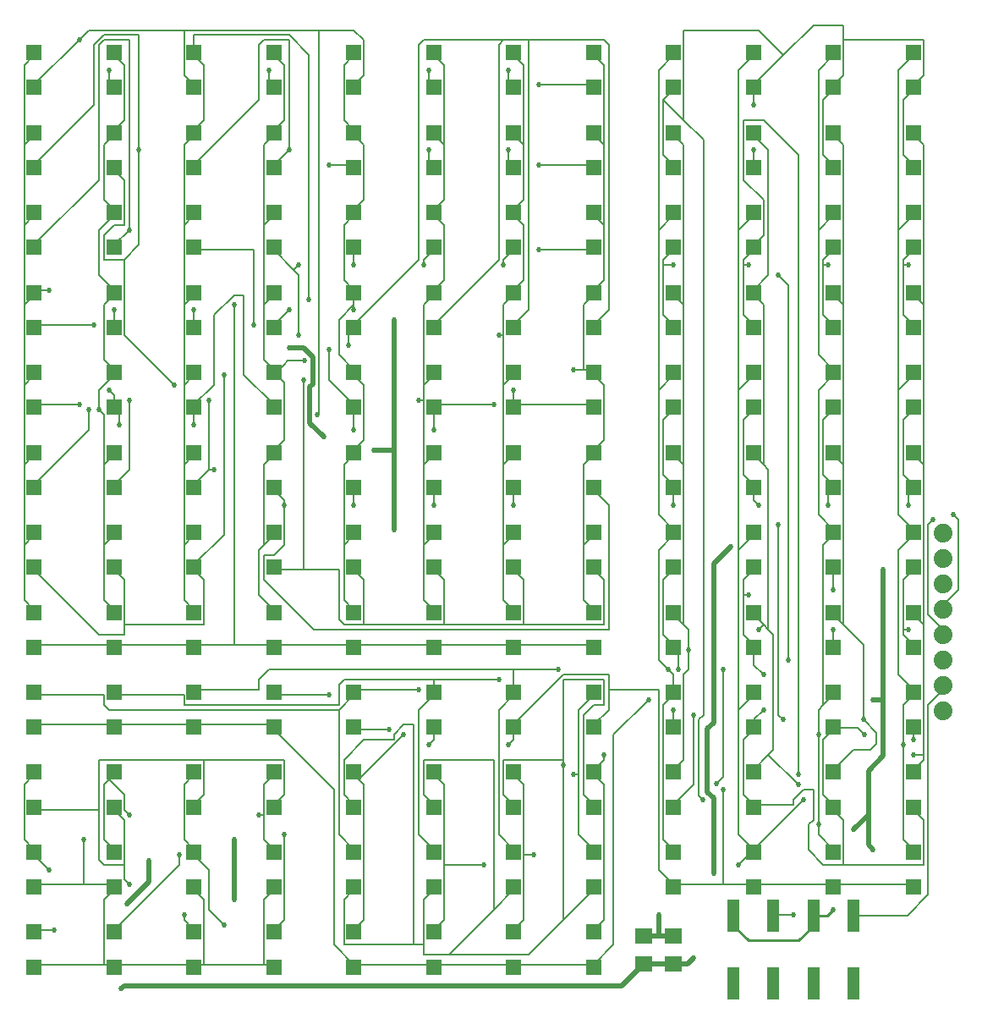
<source format=gbr>
G04 EAGLE Gerber RS-274X export*
G75*
%MOMM*%
%FSLAX34Y34*%
%LPD*%
%INTop Copper*%
%IPPOS*%
%AMOC8*
5,1,8,0,0,1.08239X$1,22.5*%
G01*
%ADD10R,1.500000X1.500000*%
%ADD11C,1.879600*%
%ADD12R,1.200000X3.200000*%
%ADD13R,1.800000X1.600000*%
%ADD14C,0.152400*%
%ADD15C,0.525000*%
%ADD16C,0.150000*%
%ADD17C,0.508000*%
%ADD18C,0.254000*%


D10*
X60000Y957500D03*
X60000Y922500D03*
X140000Y877500D03*
X140000Y842500D03*
X220000Y877500D03*
X220000Y842500D03*
X300000Y877500D03*
X300000Y842500D03*
X380000Y877500D03*
X380000Y842500D03*
X460000Y877500D03*
X460000Y842500D03*
X540000Y877500D03*
X540000Y842500D03*
X620000Y877500D03*
X620000Y842500D03*
X60000Y797500D03*
X60000Y762500D03*
X140000Y797500D03*
X140000Y762500D03*
X220000Y797500D03*
X220000Y762500D03*
X140000Y957500D03*
X140000Y922500D03*
X300000Y797500D03*
X300000Y762500D03*
X380000Y797500D03*
X380000Y762500D03*
X460000Y797500D03*
X460000Y762500D03*
X540000Y797500D03*
X540000Y762500D03*
X620000Y797500D03*
X620000Y762500D03*
X60000Y717500D03*
X60000Y682500D03*
X140000Y717500D03*
X140000Y682500D03*
X220000Y717500D03*
X220000Y682500D03*
X300000Y717500D03*
X300000Y682500D03*
X380000Y717500D03*
X380000Y682500D03*
X220000Y957500D03*
X220000Y922500D03*
X460000Y717500D03*
X460000Y682500D03*
X540000Y717500D03*
X540000Y682500D03*
X620000Y717500D03*
X620000Y682500D03*
X60000Y637500D03*
X60000Y602500D03*
X140000Y637500D03*
X140000Y602500D03*
X220000Y637500D03*
X220000Y602500D03*
X300000Y637500D03*
X300000Y602500D03*
X380000Y637500D03*
X380000Y602500D03*
X460000Y637500D03*
X460000Y602500D03*
X540000Y637500D03*
X540000Y602500D03*
X300000Y957500D03*
X300000Y922500D03*
X620000Y637500D03*
X620000Y602500D03*
X60000Y557500D03*
X60000Y522500D03*
X140000Y557500D03*
X140000Y522500D03*
X220000Y557500D03*
X220000Y522500D03*
X300000Y557500D03*
X300000Y522500D03*
X380000Y557500D03*
X380000Y522500D03*
X460000Y557500D03*
X460000Y522500D03*
X540000Y557500D03*
X540000Y522500D03*
X620000Y557500D03*
X620000Y522500D03*
X60000Y477500D03*
X60000Y442500D03*
X380000Y957500D03*
X380000Y922500D03*
X140000Y477500D03*
X140000Y442500D03*
X220000Y477500D03*
X220000Y442500D03*
X300000Y477500D03*
X300000Y442500D03*
X380000Y477500D03*
X380000Y442500D03*
X460000Y477500D03*
X460000Y442500D03*
X540000Y477500D03*
X540000Y442500D03*
X620000Y477500D03*
X620000Y442500D03*
X60000Y397500D03*
X60000Y362500D03*
X140000Y397500D03*
X140000Y362500D03*
X220000Y397500D03*
X220000Y362500D03*
X460000Y957500D03*
X460000Y922500D03*
X300000Y397500D03*
X300000Y362500D03*
X380000Y397500D03*
X380000Y362500D03*
X460000Y397500D03*
X460000Y362500D03*
X540000Y397500D03*
X540000Y362500D03*
X620000Y397500D03*
X620000Y362500D03*
X540000Y957500D03*
X540000Y922500D03*
X620000Y957500D03*
X620000Y922500D03*
X60000Y877500D03*
X60000Y842500D03*
X700000Y957500D03*
X700000Y922500D03*
X780000Y957500D03*
X780000Y922500D03*
X860000Y957500D03*
X860000Y922500D03*
X940000Y957500D03*
X940000Y922500D03*
X700000Y877500D03*
X700000Y842500D03*
X780000Y877500D03*
X780000Y842500D03*
X860000Y877500D03*
X860000Y842500D03*
X940000Y877500D03*
X940000Y842500D03*
X700000Y797500D03*
X700000Y762500D03*
X780000Y797500D03*
X780000Y762500D03*
X860000Y797500D03*
X860000Y762500D03*
X940000Y797500D03*
X940000Y762500D03*
X700000Y717500D03*
X700000Y682500D03*
X780000Y717500D03*
X780000Y682500D03*
X860000Y717500D03*
X860000Y682500D03*
X940000Y717500D03*
X940000Y682500D03*
X700000Y637500D03*
X700000Y602500D03*
X780000Y637500D03*
X780000Y602500D03*
X860000Y637500D03*
X860000Y602500D03*
X940000Y637500D03*
X940000Y602500D03*
X700000Y557500D03*
X700000Y522500D03*
X780000Y557500D03*
X780000Y522500D03*
X860000Y557500D03*
X860000Y522500D03*
X940000Y557500D03*
X940000Y522500D03*
X700000Y477500D03*
X700000Y442500D03*
X780000Y477500D03*
X780000Y442500D03*
X860000Y477500D03*
X860000Y442500D03*
X940000Y477500D03*
X940000Y442500D03*
X700000Y397500D03*
X700000Y362500D03*
X780000Y397500D03*
X780000Y362500D03*
X860000Y397500D03*
X860000Y362500D03*
X940000Y397500D03*
X940000Y362500D03*
X700000Y317500D03*
X700000Y282500D03*
X780000Y317500D03*
X780000Y282500D03*
X860000Y317500D03*
X860000Y282500D03*
X940000Y317500D03*
X940000Y282500D03*
X700000Y237500D03*
X700000Y202500D03*
X780000Y237500D03*
X780000Y202500D03*
X860000Y237500D03*
X860000Y202500D03*
X940000Y237500D03*
X940000Y202500D03*
X700000Y157500D03*
X700000Y122500D03*
X780000Y157500D03*
X780000Y122500D03*
X860000Y157500D03*
X860000Y122500D03*
X940000Y157500D03*
X940000Y122500D03*
X380000Y317500D03*
X380000Y282500D03*
X460000Y317500D03*
X460000Y282500D03*
X540000Y317500D03*
X540000Y282500D03*
X620000Y317500D03*
X620000Y282500D03*
X380000Y237500D03*
X380000Y202500D03*
X460000Y237500D03*
X460000Y202500D03*
X540000Y237500D03*
X540000Y202500D03*
X620000Y237500D03*
X620000Y202500D03*
X380000Y157500D03*
X380000Y122500D03*
X460000Y157500D03*
X460000Y122500D03*
X540000Y157500D03*
X540000Y122500D03*
X620000Y157500D03*
X620000Y122500D03*
X380000Y77500D03*
X380000Y42500D03*
X460000Y77500D03*
X460000Y42500D03*
X540000Y77500D03*
X540000Y42500D03*
X620000Y77500D03*
X620000Y42500D03*
X60000Y317500D03*
X60000Y282500D03*
X140000Y317500D03*
X140000Y282500D03*
X220000Y317500D03*
X220000Y282500D03*
X300000Y317500D03*
X300000Y282500D03*
D11*
X970000Y477000D03*
X970000Y451600D03*
X970000Y426200D03*
X970000Y400800D03*
X970000Y375400D03*
X970000Y350000D03*
X970000Y324600D03*
X970000Y299200D03*
D12*
X800000Y94000D03*
X800000Y26000D03*
X760000Y26000D03*
X760000Y94000D03*
X880000Y94000D03*
X880000Y26000D03*
X840000Y26000D03*
X840000Y94000D03*
D10*
X300000Y237500D03*
X300000Y202500D03*
X220000Y237500D03*
X220000Y202500D03*
X140000Y237500D03*
X140000Y202500D03*
X60000Y237500D03*
X60000Y202500D03*
X300000Y157500D03*
X300000Y122500D03*
X220000Y157500D03*
X220000Y122500D03*
X140000Y157500D03*
X140000Y122500D03*
X60000Y157500D03*
X60000Y122500D03*
X300000Y77500D03*
X300000Y42500D03*
X220000Y77500D03*
X220000Y42500D03*
X140000Y77500D03*
X140000Y42500D03*
X60000Y77500D03*
X60000Y42500D03*
D13*
X670000Y46000D03*
X670000Y74000D03*
X700000Y46000D03*
X700000Y74000D03*
D14*
X105000Y970000D02*
X115000Y980000D01*
X105000Y970000D02*
X60000Y925000D01*
X115000Y980000D02*
X210000Y980000D01*
X210000Y935000D01*
X220000Y925000D01*
X60000Y925000D02*
X60000Y922500D01*
X220000Y922500D02*
X220000Y925000D01*
X140000Y925000D02*
X135000Y930000D01*
X135000Y940000D01*
X140000Y925000D02*
X140000Y922500D01*
X295000Y930000D02*
X300000Y925000D01*
X295000Y930000D02*
X295000Y940000D01*
X300000Y925000D02*
X300000Y922500D01*
X380000Y925000D02*
X390000Y935000D01*
X390000Y970000D01*
X380000Y980000D01*
X345000Y980000D02*
X210000Y980000D01*
X345000Y980000D02*
X380000Y980000D01*
X380000Y925000D02*
X380000Y922500D01*
X455000Y930000D02*
X460000Y925000D01*
X455000Y930000D02*
X455000Y940000D01*
X460000Y925000D02*
X460000Y922500D01*
X535000Y930000D02*
X540000Y925000D01*
X535000Y930000D02*
X535000Y940000D01*
X540000Y925000D02*
X540000Y922500D01*
X565000Y925000D02*
X620000Y925000D01*
X620000Y922500D01*
X345000Y597000D02*
X343000Y595000D01*
X345000Y597000D02*
X345000Y980000D01*
D15*
X135000Y940000D03*
X105000Y970000D03*
X295000Y940000D03*
X455000Y940000D03*
X535000Y940000D03*
X565000Y925000D03*
X343000Y595000D03*
D14*
X220000Y845000D02*
X285000Y910000D01*
X285000Y965000D01*
X290000Y970000D01*
X315000Y970000D01*
X315000Y860000D01*
X300000Y845000D01*
X220000Y845000D02*
X220000Y842500D01*
X300000Y842500D02*
X300000Y845000D01*
X355000Y845000D02*
X380000Y845000D01*
X380000Y842500D01*
X455000Y850000D02*
X460000Y845000D01*
X455000Y850000D02*
X455000Y860000D01*
X460000Y845000D02*
X460000Y842500D01*
X535000Y850000D02*
X540000Y845000D01*
X535000Y850000D02*
X535000Y860000D01*
X540000Y845000D02*
X540000Y842500D01*
X565000Y845000D02*
X620000Y845000D01*
X620000Y842500D01*
X120000Y905000D02*
X60000Y845000D01*
X120000Y905000D02*
X120000Y965000D01*
X130000Y975000D01*
X165000Y975000D01*
X165000Y860000D02*
X165000Y765000D01*
X165000Y860000D02*
X165000Y975000D01*
X165000Y765000D02*
X150000Y750000D01*
X130000Y750000D01*
X130000Y775000D01*
X140000Y785000D01*
X150000Y785000D01*
X150000Y830000D01*
X140000Y840000D01*
X60000Y842500D02*
X60000Y845000D01*
X140000Y842500D02*
X140000Y840000D01*
X150000Y675000D02*
X200000Y625000D01*
X150000Y675000D02*
X150000Y750000D01*
D15*
X355000Y845000D03*
X315000Y860000D03*
X455000Y860000D03*
X535000Y860000D03*
X565000Y845000D03*
X200000Y625000D03*
X165000Y860000D03*
D14*
X125000Y830000D02*
X60000Y765000D01*
X125000Y830000D02*
X125000Y965000D01*
X130000Y970000D01*
X155000Y970000D01*
X155000Y780000D01*
X140000Y765000D01*
X60000Y765000D02*
X60000Y762500D01*
X140000Y762500D02*
X140000Y765000D01*
X220000Y760000D02*
X280000Y760000D01*
X280000Y685000D01*
X220000Y760000D02*
X220000Y762500D01*
X320000Y740000D02*
X325000Y735000D01*
X320000Y740000D02*
X300000Y760000D01*
X325000Y735000D02*
X325000Y675000D01*
X300000Y760000D02*
X300000Y762500D01*
X380000Y762500D02*
X380000Y745000D01*
X325000Y745000D02*
X320000Y740000D01*
X450000Y750000D02*
X460000Y760000D01*
X450000Y750000D02*
X450000Y745000D01*
X460000Y760000D02*
X460000Y762500D01*
X530000Y750000D02*
X540000Y760000D01*
X530000Y750000D02*
X530000Y745000D01*
X540000Y760000D02*
X540000Y762500D01*
X565000Y760000D02*
X620000Y760000D01*
X620000Y762500D01*
D15*
X280000Y685000D03*
X325000Y675000D03*
X380000Y745000D03*
X325000Y745000D03*
X450000Y745000D03*
X530000Y745000D03*
X565000Y760000D03*
X155000Y780000D03*
D14*
X120000Y685000D02*
X60000Y685000D01*
X60000Y682500D01*
X140000Y682500D02*
X140000Y700000D01*
X220000Y700000D02*
X220000Y682500D01*
X300000Y685000D02*
X315000Y700000D01*
X300000Y685000D02*
X300000Y682500D01*
X375000Y675000D02*
X380000Y680000D01*
X375000Y675000D02*
X375000Y665000D01*
X380000Y680000D02*
X380000Y682500D01*
X460000Y685000D02*
X525000Y750000D01*
X525000Y965000D01*
X530000Y970000D01*
X555000Y970000D01*
X555000Y700000D01*
X540000Y685000D01*
X460000Y685000D02*
X460000Y682500D01*
X540000Y682500D02*
X540000Y685000D01*
X620000Y685000D02*
X635000Y700000D01*
X635000Y965000D01*
X630000Y970000D01*
X555000Y970000D01*
X620000Y685000D02*
X620000Y682500D01*
X445000Y750000D02*
X380000Y685000D01*
X445000Y750000D02*
X445000Y965000D01*
X450000Y970000D01*
X530000Y970000D01*
X380000Y685000D02*
X380000Y682500D01*
D15*
X120000Y685000D03*
X140000Y700000D03*
X220000Y700000D03*
X315000Y700000D03*
X375000Y665000D03*
D14*
X355000Y630000D02*
X380000Y605000D01*
X355000Y630000D02*
X355000Y660000D01*
X380000Y605000D02*
X380000Y602500D01*
X460000Y605000D02*
X520000Y605000D01*
X540000Y605000D02*
X540000Y620000D01*
X460000Y605000D02*
X460000Y602500D01*
X540000Y605000D02*
X620000Y605000D01*
X620000Y602500D01*
X540000Y602500D02*
X540000Y605000D01*
X105000Y605000D02*
X60000Y605000D01*
X135000Y620000D02*
X140000Y615000D01*
X140000Y602500D01*
X60000Y602500D02*
X60000Y605000D01*
X220000Y605000D02*
X240000Y625000D01*
X240000Y695000D01*
X260000Y715000D01*
X270000Y715000D01*
X270000Y635000D01*
X300000Y605000D01*
X220000Y605000D02*
X220000Y602500D01*
X300000Y602500D02*
X300000Y605000D01*
X145000Y595000D02*
X140000Y600000D01*
X145000Y595000D02*
X145000Y585000D01*
X220000Y585000D02*
X220000Y602500D01*
X140000Y602500D02*
X140000Y600000D01*
X460000Y602500D02*
X460000Y580000D01*
X380000Y580000D02*
X380000Y602500D01*
D15*
X355000Y660000D03*
X520000Y605000D03*
X540000Y620000D03*
X105000Y605000D03*
X135000Y620000D03*
X145000Y585000D03*
X220000Y585000D03*
X460000Y580000D03*
X380000Y580000D03*
D14*
X115000Y580000D02*
X60000Y525000D01*
X115000Y580000D02*
X115000Y600000D01*
X60000Y525000D02*
X60000Y522500D01*
X140000Y525000D02*
X155000Y540000D01*
X155000Y610000D01*
X140000Y525000D02*
X140000Y522500D01*
X220000Y525000D02*
X235000Y540000D01*
X235000Y610000D01*
X220000Y525000D02*
X220000Y522500D01*
X300000Y520000D02*
X310000Y510000D01*
X310000Y505000D02*
X310000Y465000D01*
X310000Y505000D02*
X310000Y510000D01*
X310000Y465000D02*
X300000Y455000D01*
X290000Y455000D01*
X290000Y430000D01*
X340000Y380000D01*
X635000Y380000D01*
X635000Y505000D01*
X620000Y520000D01*
X300000Y520000D02*
X300000Y522500D01*
X620000Y522500D02*
X620000Y520000D01*
X380000Y522500D02*
X380000Y505000D01*
X460000Y505000D02*
X460000Y522500D01*
X540000Y522500D02*
X540000Y505000D01*
X240000Y540000D02*
X235000Y540000D01*
D15*
X115000Y600000D03*
X155000Y610000D03*
X235000Y610000D03*
X380000Y505000D03*
X310000Y505000D03*
X460000Y505000D03*
X540000Y505000D03*
X240000Y540000D03*
D14*
X125000Y375000D02*
X60000Y440000D01*
X125000Y375000D02*
X150000Y375000D01*
X150000Y385000D02*
X150000Y430000D01*
X150000Y385000D02*
X150000Y375000D01*
X150000Y430000D02*
X140000Y440000D01*
X60000Y440000D02*
X60000Y442500D01*
X140000Y442500D02*
X140000Y440000D01*
X220000Y440000D02*
X230000Y430000D01*
X230000Y385000D01*
X150000Y385000D01*
X220000Y440000D02*
X220000Y442500D01*
X330000Y440000D02*
X365000Y440000D01*
X330000Y440000D02*
X300000Y440000D01*
X365000Y440000D02*
X365000Y390000D01*
X370000Y385000D01*
X390000Y385000D01*
X390000Y430000D01*
X380000Y440000D01*
X300000Y440000D02*
X300000Y442500D01*
X380000Y442500D02*
X380000Y440000D01*
X460000Y440000D02*
X470000Y430000D01*
X470000Y385000D01*
X390000Y385000D01*
X460000Y440000D02*
X460000Y442500D01*
X540000Y440000D02*
X550000Y430000D01*
X550000Y385000D01*
X470000Y385000D01*
X540000Y440000D02*
X540000Y442500D01*
X620000Y440000D02*
X630000Y430000D01*
X630000Y385000D01*
X550000Y385000D01*
X620000Y440000D02*
X620000Y442500D01*
X330000Y440000D02*
X330000Y630000D01*
X250000Y475000D02*
X220000Y445000D01*
X250000Y475000D02*
X250000Y635000D01*
X220000Y445000D02*
X220000Y442500D01*
D15*
X330000Y630000D03*
X250000Y635000D03*
D14*
X140000Y365000D02*
X60000Y365000D01*
X60000Y362500D01*
X140000Y365000D02*
X220000Y365000D01*
X140000Y365000D02*
X140000Y362500D01*
X220000Y365000D02*
X260000Y365000D01*
X300000Y365000D01*
X220000Y365000D02*
X220000Y362500D01*
X300000Y365000D02*
X380000Y365000D01*
X300000Y365000D02*
X300000Y362500D01*
X380000Y365000D02*
X460000Y365000D01*
X380000Y365000D02*
X380000Y362500D01*
X460000Y365000D02*
X540000Y365000D01*
X460000Y365000D02*
X460000Y362500D01*
X540000Y365000D02*
X620000Y365000D01*
X620000Y362500D01*
X540000Y362500D02*
X540000Y365000D01*
X260000Y365000D02*
X260000Y705000D01*
D15*
X260000Y705000D03*
D14*
X50000Y410000D02*
X60000Y400000D01*
X50000Y410000D02*
X50000Y465000D01*
X60000Y475000D01*
X60000Y400000D02*
X60000Y397500D01*
X60000Y475000D02*
X60000Y477500D01*
X50000Y545000D02*
X60000Y555000D01*
X50000Y545000D02*
X50000Y465000D01*
X60000Y555000D02*
X60000Y557500D01*
X50000Y625000D02*
X60000Y635000D01*
X50000Y625000D02*
X50000Y545000D01*
X60000Y635000D02*
X60000Y637500D01*
X50000Y705000D02*
X60000Y715000D01*
X50000Y705000D02*
X50000Y625000D01*
X60000Y715000D02*
X60000Y717500D01*
X50000Y785000D02*
X60000Y795000D01*
X50000Y785000D02*
X50000Y705000D01*
X60000Y795000D02*
X60000Y797500D01*
X50000Y865000D02*
X60000Y875000D01*
X50000Y865000D02*
X50000Y785000D01*
X60000Y875000D02*
X60000Y877500D01*
X50000Y945000D02*
X60000Y955000D01*
X50000Y945000D02*
X50000Y865000D01*
X60000Y955000D02*
X60000Y957500D01*
X60000Y720000D02*
X75000Y720000D01*
X60000Y720000D02*
X60000Y717500D01*
D15*
X75000Y720000D03*
D14*
X140000Y800000D02*
X130000Y810000D01*
X130000Y865000D01*
X140000Y875000D01*
X140000Y800000D02*
X140000Y797500D01*
X140000Y875000D02*
X140000Y877500D01*
X150000Y945000D02*
X140000Y955000D01*
X150000Y945000D02*
X150000Y890000D01*
X140000Y880000D01*
X140000Y955000D02*
X140000Y957500D01*
X140000Y880000D02*
X140000Y877500D01*
X130000Y650000D02*
X140000Y640000D01*
X130000Y650000D02*
X130000Y705000D01*
X140000Y715000D01*
X140000Y640000D02*
X140000Y637500D01*
X140000Y715000D02*
X140000Y717500D01*
X130000Y410000D02*
X140000Y400000D01*
X130000Y410000D02*
X130000Y465000D01*
X140000Y475000D01*
X140000Y400000D02*
X140000Y397500D01*
X140000Y475000D02*
X140000Y477500D01*
X130000Y545000D02*
X140000Y555000D01*
X130000Y545000D02*
X130000Y465000D01*
X140000Y555000D02*
X140000Y557500D01*
X130000Y595000D02*
X125000Y600000D01*
X130000Y595000D02*
X130000Y545000D01*
X125000Y620000D02*
X140000Y635000D01*
X125000Y620000D02*
X125000Y600000D01*
X140000Y635000D02*
X140000Y637500D01*
X125000Y780000D02*
X140000Y795000D01*
X125000Y780000D02*
X125000Y735000D01*
X140000Y720000D01*
X140000Y795000D02*
X140000Y797500D01*
X140000Y720000D02*
X140000Y717500D01*
D15*
X125000Y600000D03*
D14*
X210000Y410000D02*
X220000Y400000D01*
X210000Y410000D02*
X210000Y465000D01*
X220000Y475000D01*
X220000Y400000D02*
X220000Y397500D01*
X220000Y475000D02*
X220000Y477500D01*
X210000Y545000D02*
X220000Y555000D01*
X210000Y545000D02*
X210000Y465000D01*
X220000Y555000D02*
X220000Y557500D01*
X210000Y625000D02*
X220000Y635000D01*
X210000Y625000D02*
X210000Y545000D01*
X220000Y635000D02*
X220000Y637500D01*
X210000Y705000D02*
X220000Y715000D01*
X210000Y705000D02*
X210000Y625000D01*
X220000Y715000D02*
X220000Y717500D01*
X210000Y785000D02*
X220000Y795000D01*
X210000Y785000D02*
X210000Y705000D01*
X220000Y795000D02*
X220000Y797500D01*
X210000Y865000D02*
X220000Y875000D01*
X210000Y865000D02*
X210000Y785000D01*
X220000Y875000D02*
X220000Y877500D01*
X230000Y945000D02*
X220000Y955000D01*
X230000Y945000D02*
X230000Y890000D01*
X220000Y880000D01*
X220000Y955000D02*
X220000Y957500D01*
X220000Y880000D02*
X220000Y877500D01*
X335000Y955000D02*
X335000Y710000D01*
X335000Y955000D02*
X315000Y975000D01*
X220000Y975000D01*
X220000Y957500D01*
D15*
X335000Y710000D03*
D14*
X285000Y415000D02*
X300000Y400000D01*
X285000Y415000D02*
X285000Y460000D01*
X290000Y465000D02*
X300000Y475000D01*
X290000Y465000D02*
X285000Y460000D01*
X300000Y400000D02*
X300000Y397500D01*
X300000Y475000D02*
X300000Y477500D01*
X290000Y545000D02*
X300000Y555000D01*
X290000Y545000D02*
X290000Y465000D01*
X300000Y555000D02*
X300000Y557500D01*
X300000Y640000D02*
X290000Y650000D01*
X290000Y705000D01*
X300000Y715000D01*
X300000Y640000D02*
X300000Y637500D01*
X300000Y715000D02*
X300000Y717500D01*
X290000Y785000D02*
X300000Y795000D01*
X290000Y785000D02*
X290000Y705000D01*
X300000Y795000D02*
X300000Y797500D01*
X290000Y865000D02*
X300000Y875000D01*
X290000Y865000D02*
X290000Y785000D01*
X300000Y875000D02*
X300000Y877500D01*
X310000Y945000D02*
X300000Y955000D01*
X310000Y945000D02*
X310000Y890000D01*
X300000Y880000D01*
X300000Y955000D02*
X300000Y957500D01*
X300000Y880000D02*
X300000Y877500D01*
X310000Y645000D02*
X300000Y635000D01*
X300000Y637500D01*
X310000Y570000D02*
X300000Y560000D01*
X310000Y624000D02*
X310000Y626000D01*
X310000Y624000D02*
X310000Y570000D01*
X300000Y560000D02*
X300000Y557500D01*
D15*
X331000Y649000D03*
D16*
X314000Y649000D01*
X310000Y645000D01*
X300000Y637500D02*
X310000Y627500D01*
X310000Y624000D01*
D14*
X370000Y410000D02*
X380000Y400000D01*
X370000Y410000D02*
X370000Y465000D01*
X380000Y475000D01*
X380000Y400000D02*
X380000Y397500D01*
X380000Y475000D02*
X380000Y477500D01*
X370000Y545000D02*
X380000Y555000D01*
X370000Y545000D02*
X370000Y465000D01*
X380000Y555000D02*
X380000Y557500D01*
X390000Y625000D02*
X380000Y635000D01*
X390000Y625000D02*
X390000Y570000D01*
X380000Y560000D01*
X380000Y635000D02*
X380000Y637500D01*
X380000Y560000D02*
X380000Y557500D01*
X380000Y880000D02*
X370000Y890000D01*
X370000Y945000D01*
X380000Y955000D01*
X380000Y880000D02*
X380000Y877500D01*
X380000Y955000D02*
X380000Y957500D01*
X370000Y730000D02*
X380000Y720000D01*
X370000Y730000D02*
X370000Y785000D01*
X380000Y795000D01*
X380000Y720000D02*
X380000Y717500D01*
X380000Y795000D02*
X380000Y797500D01*
X380000Y717500D02*
X380000Y705000D01*
X380000Y700000D01*
X390000Y865000D02*
X380000Y875000D01*
X390000Y865000D02*
X390000Y810000D01*
X380000Y800000D01*
X380000Y875000D02*
X380000Y877500D01*
X380000Y800000D02*
X380000Y797500D01*
X365000Y655000D02*
X380000Y640000D01*
X365000Y655000D02*
X365000Y690000D01*
X380000Y705000D01*
X380000Y640000D02*
X380000Y637500D01*
D15*
X380000Y700000D03*
D14*
X460000Y800000D02*
X470000Y810000D01*
X470000Y865000D01*
X460000Y875000D01*
X460000Y800000D02*
X460000Y797500D01*
X460000Y875000D02*
X460000Y877500D01*
X470000Y945000D02*
X460000Y955000D01*
X470000Y945000D02*
X470000Y865000D01*
X460000Y955000D02*
X460000Y957500D01*
X450000Y410000D02*
X460000Y400000D01*
X450000Y410000D02*
X450000Y465000D01*
X460000Y475000D01*
X460000Y400000D02*
X460000Y397500D01*
X460000Y475000D02*
X460000Y477500D01*
X450000Y545000D02*
X460000Y555000D01*
X450000Y545000D02*
X450000Y465000D01*
X460000Y555000D02*
X460000Y557500D01*
X450000Y625000D02*
X460000Y635000D01*
X450000Y610000D02*
X450000Y545000D01*
X450000Y610000D02*
X450000Y625000D01*
X460000Y635000D02*
X460000Y637500D01*
X450000Y705000D02*
X460000Y715000D01*
X450000Y705000D02*
X450000Y625000D01*
X460000Y715000D02*
X460000Y717500D01*
X450000Y610000D02*
X445000Y610000D01*
X470000Y785000D02*
X460000Y795000D01*
X470000Y785000D02*
X470000Y730000D01*
X460000Y720000D01*
X460000Y795000D02*
X460000Y797500D01*
X460000Y720000D02*
X460000Y717500D01*
D15*
X445000Y610000D03*
D14*
X540000Y800000D02*
X550000Y810000D01*
X550000Y865000D01*
X540000Y875000D01*
X540000Y800000D02*
X540000Y797500D01*
X540000Y875000D02*
X540000Y877500D01*
X550000Y945000D02*
X540000Y955000D01*
X550000Y945000D02*
X550000Y865000D01*
X540000Y955000D02*
X540000Y957500D01*
X530000Y410000D02*
X540000Y400000D01*
X530000Y410000D02*
X530000Y465000D01*
X540000Y475000D01*
X540000Y400000D02*
X540000Y397500D01*
X540000Y475000D02*
X540000Y477500D01*
X530000Y545000D02*
X540000Y555000D01*
X530000Y545000D02*
X530000Y465000D01*
X540000Y555000D02*
X540000Y557500D01*
X530000Y625000D02*
X540000Y635000D01*
X530000Y625000D02*
X530000Y545000D01*
X540000Y635000D02*
X540000Y637500D01*
X530000Y705000D02*
X540000Y715000D01*
X530000Y675000D02*
X530000Y625000D01*
X530000Y675000D02*
X530000Y705000D01*
X540000Y715000D02*
X540000Y717500D01*
X530000Y675000D02*
X525000Y675000D01*
X550000Y785000D02*
X540000Y795000D01*
X550000Y785000D02*
X550000Y730000D01*
X540000Y720000D01*
X540000Y795000D02*
X540000Y797500D01*
X540000Y720000D02*
X540000Y717500D01*
D15*
X525000Y675000D03*
D14*
X620000Y720000D02*
X630000Y730000D01*
X630000Y785000D01*
X620000Y795000D01*
X620000Y720000D02*
X620000Y717500D01*
X620000Y795000D02*
X620000Y797500D01*
X630000Y865000D02*
X620000Y875000D01*
X630000Y865000D02*
X630000Y785000D01*
X620000Y875000D02*
X620000Y877500D01*
X630000Y945000D02*
X620000Y955000D01*
X630000Y945000D02*
X630000Y865000D01*
X620000Y955000D02*
X620000Y957500D01*
X610000Y410000D02*
X620000Y400000D01*
X610000Y410000D02*
X610000Y465000D01*
X620000Y475000D01*
X620000Y400000D02*
X620000Y397500D01*
X620000Y475000D02*
X620000Y477500D01*
X610000Y545000D02*
X620000Y555000D01*
X610000Y545000D02*
X610000Y465000D01*
X620000Y555000D02*
X620000Y557500D01*
X630000Y625000D02*
X620000Y635000D01*
X630000Y625000D02*
X630000Y570000D01*
X620000Y560000D01*
X620000Y635000D02*
X620000Y637500D01*
X620000Y560000D02*
X620000Y557500D01*
X620000Y640000D02*
X610000Y640000D01*
X600000Y640000D01*
X620000Y640000D02*
X620000Y637500D01*
X610000Y705000D02*
X620000Y715000D01*
X610000Y705000D02*
X610000Y640000D01*
X620000Y715000D02*
X620000Y717500D01*
D15*
X600000Y640000D03*
D14*
X670000Y45000D02*
X667500Y42500D01*
X700000Y45000D02*
X700000Y46000D01*
X670000Y46000D02*
X670000Y45000D01*
X700000Y46000D02*
X700000Y50000D01*
D15*
X350000Y573000D03*
D17*
X336000Y587000D01*
X336000Y623000D02*
X339000Y626000D01*
X336000Y623000D02*
X336000Y587000D01*
X330000Y662000D02*
X315000Y662000D01*
D15*
X315000Y662000D03*
D17*
X339000Y653000D02*
X339000Y626000D01*
X339000Y653000D02*
X330000Y662000D01*
D15*
X740000Y298000D03*
D17*
X740000Y446000D01*
X757000Y463000D01*
D15*
X757000Y463000D03*
D17*
X700000Y46000D02*
X671000Y46000D01*
X667500Y42500D01*
X670000Y46000D02*
X648000Y24000D01*
X150000Y24000D02*
X147000Y21000D01*
D15*
X147000Y21000D03*
D17*
X150000Y24000D02*
X648000Y24000D01*
D15*
X175000Y149000D03*
D17*
X175000Y128000D01*
X153000Y106000D01*
D15*
X153000Y106000D03*
D17*
X700000Y46000D02*
X714000Y46000D01*
X720000Y52000D01*
D15*
X720000Y52000D03*
X740000Y136000D03*
D17*
X740000Y212000D02*
X734000Y218000D01*
X734000Y281000D01*
X740000Y287000D02*
X740000Y298000D01*
X740000Y212000D02*
X740000Y136000D01*
X734000Y281000D02*
X740000Y287000D01*
D14*
X670000Y75000D02*
X670000Y74000D01*
X760000Y94000D02*
X760000Y100000D01*
X700000Y75000D02*
X700000Y74000D01*
D15*
X420000Y690000D03*
D17*
X420000Y620000D01*
D15*
X420000Y620000D03*
X420000Y480000D03*
D17*
X420000Y560000D01*
X420000Y620000D01*
D15*
X400000Y560000D03*
D17*
X420000Y560000D01*
D15*
X895000Y239000D03*
D17*
X910000Y254000D01*
D15*
X910000Y440000D03*
D17*
X910000Y310000D02*
X910000Y254000D01*
X910000Y310000D02*
X910000Y440000D01*
D15*
X900000Y310000D03*
D17*
X910000Y310000D01*
D15*
X260000Y170000D03*
D17*
X260000Y110000D01*
D15*
X260000Y110000D03*
D17*
X670000Y74000D02*
X685000Y74000D01*
X699000Y74000D01*
X700000Y75000D01*
D18*
X840000Y84000D02*
X840000Y94000D01*
X840000Y84000D02*
X825000Y69000D01*
X775000Y69000D01*
X760000Y84000D02*
X760000Y94000D01*
X760000Y84000D02*
X775000Y69000D01*
D15*
X685000Y95000D03*
D17*
X685000Y74000D01*
X895000Y200000D02*
X895000Y239000D01*
X895000Y195000D02*
X895000Y165000D01*
X900000Y160000D01*
D15*
X900000Y160000D03*
D18*
X854000Y94000D02*
X840000Y94000D01*
X854000Y94000D02*
X860000Y100000D01*
D15*
X860000Y100000D03*
X880000Y180000D03*
D17*
X895000Y195000D01*
X895000Y200000D01*
D14*
X955000Y485000D02*
X960000Y490000D01*
X955000Y485000D02*
X955000Y395000D01*
X970000Y380000D01*
X970000Y375400D01*
D15*
X960000Y490000D03*
D14*
X980000Y495000D02*
X985000Y490000D01*
X985000Y420000D01*
X970000Y405000D01*
X970000Y400800D01*
D15*
X980000Y495000D03*
D14*
X750000Y233000D02*
X743000Y226000D01*
X750000Y233000D02*
X750000Y340000D01*
D15*
X743000Y226000D03*
X750000Y340000D03*
D14*
X940000Y845000D02*
X930000Y855000D01*
X930000Y910000D01*
X940000Y920000D01*
X940000Y845000D02*
X940000Y842500D01*
X940000Y920000D02*
X940000Y922500D01*
X780000Y860000D02*
X780000Y842500D01*
X780000Y905000D02*
X780000Y922500D01*
X850000Y855000D02*
X860000Y845000D01*
X850000Y855000D02*
X850000Y910000D01*
X860000Y920000D01*
X860000Y845000D02*
X860000Y842500D01*
X860000Y920000D02*
X860000Y922500D01*
X810000Y955000D02*
X840000Y985000D01*
X810000Y955000D02*
X780000Y925000D01*
X840000Y985000D02*
X870000Y985000D01*
X870000Y970000D02*
X870000Y935000D01*
X870000Y970000D02*
X870000Y985000D01*
X870000Y935000D02*
X860000Y925000D01*
X780000Y925000D02*
X780000Y922500D01*
X860000Y922500D02*
X860000Y925000D01*
X940000Y925000D02*
X950000Y935000D01*
X950000Y970000D01*
X870000Y970000D01*
X940000Y925000D02*
X940000Y922500D01*
X700000Y845000D02*
X690000Y855000D01*
X690000Y910000D01*
X700000Y920000D01*
X700000Y845000D02*
X700000Y842500D01*
X700000Y920000D02*
X700000Y922500D01*
X725000Y214000D02*
X729000Y210000D01*
X725000Y214000D02*
X725000Y290000D01*
X730000Y295000D01*
X730000Y870000D01*
X710000Y890000D02*
X690000Y910000D01*
X710000Y890000D02*
X730000Y870000D01*
X810000Y955000D02*
X785000Y980000D01*
X710000Y980000D01*
X710000Y890000D01*
D15*
X780000Y860000D03*
X780000Y905000D03*
X729000Y210000D03*
D14*
X940000Y685000D02*
X930000Y695000D01*
X930000Y745000D02*
X930000Y750000D01*
X930000Y745000D02*
X930000Y695000D01*
X930000Y750000D02*
X940000Y760000D01*
X940000Y685000D02*
X940000Y682500D01*
X940000Y760000D02*
X940000Y762500D01*
X860000Y685000D02*
X850000Y695000D01*
X850000Y745000D02*
X850000Y750000D01*
X850000Y745000D02*
X850000Y695000D01*
X850000Y750000D02*
X860000Y760000D01*
X860000Y685000D02*
X860000Y682500D01*
X860000Y760000D02*
X860000Y762500D01*
X700000Y685000D02*
X690000Y695000D01*
X690000Y745000D02*
X690000Y750000D01*
X690000Y745000D02*
X690000Y695000D01*
X690000Y750000D02*
X700000Y760000D01*
X700000Y685000D02*
X700000Y682500D01*
X700000Y760000D02*
X700000Y762500D01*
X770000Y695000D02*
X780000Y685000D01*
X770000Y745000D02*
X770000Y750000D01*
X770000Y745000D02*
X770000Y695000D01*
X770000Y750000D02*
X780000Y760000D01*
X780000Y685000D02*
X780000Y682500D01*
X780000Y760000D02*
X780000Y762500D01*
X825000Y855000D02*
X825000Y235000D01*
X825000Y855000D02*
X790000Y890000D01*
X770000Y890000D01*
X770000Y830000D01*
X790000Y810000D01*
X790000Y775000D01*
X780000Y765000D01*
X780000Y762500D01*
X700000Y745000D02*
X690000Y745000D01*
X770000Y745000D02*
X775000Y745000D01*
X850000Y745000D02*
X855000Y745000D01*
X930000Y745000D02*
X935000Y745000D01*
D15*
X825000Y235000D03*
X700000Y745000D03*
X775000Y745000D03*
X855000Y745000D03*
X935000Y745000D03*
D14*
X930000Y535000D02*
X940000Y525000D01*
X930000Y535000D02*
X930000Y590000D01*
X940000Y600000D01*
X940000Y525000D02*
X940000Y522500D01*
X940000Y600000D02*
X940000Y602500D01*
X860000Y525000D02*
X850000Y535000D01*
X850000Y590000D01*
X860000Y600000D01*
X860000Y525000D02*
X860000Y522500D01*
X860000Y600000D02*
X860000Y602500D01*
X700000Y525000D02*
X690000Y535000D01*
X690000Y590000D01*
X700000Y600000D01*
X700000Y525000D02*
X700000Y522500D01*
X700000Y600000D02*
X700000Y602500D01*
X770000Y535000D02*
X780000Y525000D01*
X770000Y535000D02*
X770000Y590000D01*
X780000Y600000D01*
X780000Y525000D02*
X780000Y522500D01*
X780000Y600000D02*
X780000Y602500D01*
X805000Y295000D02*
X810000Y290000D01*
X805000Y295000D02*
X805000Y485000D01*
X785000Y505000D02*
X780000Y510000D01*
X780000Y522500D01*
X700000Y522500D02*
X700000Y505000D01*
X855000Y515000D02*
X860000Y520000D01*
X855000Y515000D02*
X855000Y505000D01*
X860000Y520000D02*
X860000Y522500D01*
X935000Y515000D02*
X940000Y520000D01*
X935000Y515000D02*
X935000Y505000D01*
X940000Y520000D02*
X940000Y522500D01*
D15*
X810000Y290000D03*
X805000Y485000D03*
X785000Y505000D03*
X700000Y505000D03*
X855000Y505000D03*
X935000Y505000D03*
D14*
X860000Y380000D02*
X860000Y362500D01*
X860000Y420000D02*
X860000Y442500D01*
X930000Y375000D02*
X940000Y365000D01*
X930000Y380000D02*
X930000Y430000D01*
X930000Y380000D02*
X930000Y375000D01*
X930000Y430000D02*
X940000Y440000D01*
X940000Y365000D02*
X940000Y362500D01*
X940000Y440000D02*
X940000Y442500D01*
X935000Y380000D02*
X930000Y380000D01*
X700000Y365000D02*
X690000Y375000D01*
X690000Y430000D01*
X700000Y440000D01*
X700000Y365000D02*
X700000Y362500D01*
X700000Y440000D02*
X700000Y442500D01*
X770000Y375000D02*
X780000Y365000D01*
X770000Y415000D02*
X770000Y430000D01*
X770000Y415000D02*
X770000Y375000D01*
X770000Y430000D02*
X780000Y440000D01*
X780000Y365000D02*
X780000Y362500D01*
X780000Y440000D02*
X780000Y442500D01*
X780000Y345000D02*
X790000Y335000D01*
X780000Y345000D02*
X780000Y362500D01*
X705000Y355000D02*
X700000Y360000D01*
X705000Y355000D02*
X705000Y340000D01*
X700000Y360000D02*
X700000Y362500D01*
X770000Y415000D02*
X775000Y415000D01*
D15*
X860000Y380000D03*
X860000Y420000D03*
X935000Y380000D03*
X790000Y335000D03*
X705000Y340000D03*
X775000Y415000D03*
D14*
X720000Y225000D02*
X700000Y205000D01*
X720000Y225000D02*
X720000Y295000D01*
X700000Y205000D02*
X700000Y202500D01*
X700000Y282500D02*
X700000Y300000D01*
X770000Y215000D02*
X780000Y205000D01*
X770000Y215000D02*
X770000Y270000D01*
X780000Y280000D01*
X780000Y282500D01*
X850000Y215000D02*
X860000Y205000D01*
X850000Y215000D02*
X850000Y270000D01*
X860000Y280000D01*
X860000Y205000D02*
X860000Y202500D01*
X940000Y200000D02*
X950000Y190000D01*
X950000Y145000D01*
X870000Y145000D01*
X870000Y190000D01*
X860000Y200000D01*
X940000Y200000D02*
X940000Y202500D01*
X860000Y202500D02*
X860000Y200000D01*
X860000Y280000D02*
X860000Y282000D01*
X860000Y282500D01*
X820000Y205000D02*
X780000Y205000D01*
X820000Y205000D02*
X820000Y210000D01*
X830000Y220000D01*
X840000Y220000D01*
X840000Y190000D01*
X835000Y185000D01*
X835000Y160000D01*
X850000Y145000D01*
X870000Y145000D01*
X780000Y202500D02*
X780000Y205000D01*
X780000Y290000D02*
X790000Y300000D01*
X780000Y290000D02*
X780000Y282500D01*
D15*
X720000Y295000D03*
X700000Y300000D03*
X790000Y300000D03*
D16*
X940000Y282500D02*
X940000Y270000D01*
D15*
X940000Y270000D03*
X891000Y275000D03*
D16*
X884000Y282000D01*
X860000Y282000D01*
D14*
X415000Y280000D02*
X380000Y280000D01*
X455000Y265000D02*
X460000Y270000D01*
X460000Y282500D01*
X380000Y282500D02*
X380000Y280000D01*
X540000Y285000D02*
X590000Y335000D01*
X635000Y335000D01*
X635000Y320000D02*
X635000Y300000D01*
X635000Y320000D02*
X635000Y335000D01*
X635000Y300000D02*
X620000Y285000D01*
X540000Y285000D02*
X540000Y282500D01*
X620000Y282500D02*
X620000Y285000D01*
X540000Y270000D02*
X535000Y265000D01*
X540000Y270000D02*
X540000Y282500D01*
X750000Y125000D02*
X780000Y125000D01*
X750000Y125000D02*
X700000Y125000D01*
X780000Y125000D02*
X860000Y125000D01*
X780000Y125000D02*
X780000Y122500D01*
X860000Y125000D02*
X940000Y125000D01*
X940000Y122500D01*
X860000Y122500D02*
X860000Y125000D01*
X750000Y125000D02*
X750000Y220000D01*
X685000Y320000D02*
X635000Y320000D01*
X685000Y320000D02*
X685000Y140000D01*
X700000Y125000D01*
X700000Y122500D01*
D15*
X415000Y280000D03*
X455000Y265000D03*
X535000Y265000D03*
X750000Y220000D03*
D14*
X380000Y120000D02*
X370000Y110000D01*
X370000Y65000D01*
X440000Y65000D02*
X450000Y65000D01*
X440000Y65000D02*
X370000Y65000D01*
X450000Y65000D02*
X450000Y110000D01*
X460000Y120000D01*
X380000Y120000D02*
X380000Y122500D01*
X460000Y122500D02*
X460000Y120000D01*
X380000Y205000D02*
X370000Y215000D01*
X370000Y250000D01*
X390000Y270000D01*
X420000Y270000D01*
X420000Y275000D01*
X430000Y285000D01*
X440000Y285000D01*
X440000Y65000D01*
X380000Y202500D02*
X380000Y205000D01*
X520000Y100000D02*
X475000Y55000D01*
X520000Y100000D02*
X540000Y120000D01*
X475000Y55000D02*
X450000Y55000D01*
X450000Y65000D01*
X540000Y120000D02*
X540000Y122500D01*
X460000Y205000D02*
X450000Y215000D01*
X450000Y250000D01*
X520000Y250000D01*
X520000Y100000D01*
X460000Y202500D02*
X460000Y205000D01*
X590000Y90000D02*
X555000Y55000D01*
X590000Y90000D02*
X620000Y120000D01*
X555000Y55000D02*
X475000Y55000D01*
X620000Y120000D02*
X620000Y122500D01*
X540000Y205000D02*
X530000Y215000D01*
X530000Y250000D01*
X590000Y250000D01*
X590000Y245000D02*
X590000Y90000D01*
X590000Y245000D02*
X590000Y250000D01*
X540000Y205000D02*
X540000Y202500D01*
X610000Y215000D02*
X620000Y205000D01*
X610000Y215000D02*
X610000Y295000D01*
X620000Y305000D01*
X630000Y305000D01*
X630000Y330000D01*
X590000Y330000D01*
X590000Y250000D01*
X620000Y205000D02*
X620000Y202500D01*
D15*
X590000Y245000D03*
D14*
X140000Y285000D02*
X60000Y285000D01*
X60000Y282500D01*
X140000Y285000D02*
X220000Y285000D01*
X140000Y285000D02*
X140000Y282500D01*
X220000Y285000D02*
X300000Y285000D01*
X300000Y282500D01*
X220000Y282500D02*
X220000Y285000D01*
X380000Y45000D02*
X460000Y45000D01*
X540000Y45000D01*
X460000Y45000D02*
X460000Y42500D01*
X540000Y45000D02*
X620000Y45000D01*
X540000Y45000D02*
X540000Y42500D01*
X640000Y275000D02*
X675000Y310000D01*
X640000Y275000D02*
X640000Y65000D01*
X620000Y45000D01*
X620000Y42500D01*
X360000Y220000D02*
X300000Y280000D01*
X360000Y220000D02*
X360000Y65000D01*
X380000Y45000D01*
X300000Y280000D02*
X300000Y282500D01*
X380000Y45000D02*
X380000Y42500D01*
D15*
X675000Y310000D03*
D14*
X700000Y480000D02*
X685000Y495000D01*
X685000Y620000D01*
X700000Y635000D01*
X700000Y480000D02*
X700000Y477500D01*
X700000Y635000D02*
X700000Y637500D01*
X685000Y780000D02*
X700000Y795000D01*
X685000Y780000D02*
X685000Y620000D01*
X700000Y795000D02*
X700000Y797500D01*
X685000Y940000D02*
X700000Y955000D01*
X685000Y940000D02*
X685000Y780000D01*
X700000Y955000D02*
X700000Y957500D01*
X390000Y90000D02*
X380000Y80000D01*
X390000Y90000D02*
X390000Y225000D01*
X385000Y230000D02*
X380000Y235000D01*
X385000Y230000D02*
X390000Y225000D01*
X380000Y80000D02*
X380000Y77500D01*
X380000Y235000D02*
X380000Y237500D01*
X690000Y170000D02*
X700000Y160000D01*
X690000Y170000D02*
X690000Y305000D01*
X700000Y315000D01*
X700000Y160000D02*
X700000Y157500D01*
X700000Y315000D02*
X700000Y317500D01*
X700000Y335000D02*
X695000Y340000D01*
X700000Y335000D02*
X700000Y317500D01*
X430000Y275000D02*
X385000Y230000D01*
X685000Y460000D02*
X700000Y475000D01*
X685000Y460000D02*
X685000Y350000D01*
X695000Y340000D01*
X700000Y475000D02*
X700000Y477500D01*
D15*
X695000Y340000D03*
X430000Y275000D03*
D14*
X470000Y90000D02*
X460000Y80000D01*
X470000Y145000D02*
X470000Y225000D01*
X470000Y145000D02*
X470000Y90000D01*
X470000Y225000D02*
X460000Y235000D01*
X460000Y80000D02*
X460000Y77500D01*
X460000Y235000D02*
X460000Y237500D01*
X765000Y175000D02*
X780000Y160000D01*
X765000Y175000D02*
X765000Y300000D01*
X780000Y315000D01*
X780000Y317500D01*
X765000Y460000D02*
X780000Y475000D01*
X765000Y460000D02*
X765000Y300000D01*
X780000Y475000D02*
X780000Y477500D01*
X765000Y620000D02*
X780000Y635000D01*
X765000Y620000D02*
X765000Y460000D01*
X780000Y635000D02*
X780000Y637500D01*
X765000Y780000D02*
X780000Y795000D01*
X765000Y780000D02*
X765000Y620000D01*
X780000Y795000D02*
X780000Y797500D01*
X765000Y940000D02*
X780000Y955000D01*
X765000Y940000D02*
X765000Y780000D01*
X780000Y955000D02*
X780000Y957500D01*
X830000Y210000D02*
X780000Y160000D01*
X510000Y145000D02*
X470000Y145000D01*
X765000Y145000D02*
X780000Y160000D01*
X780000Y157500D01*
D15*
X830000Y210000D03*
X510000Y145000D03*
X765000Y145000D03*
D14*
X860000Y640000D02*
X845000Y655000D01*
X845000Y780000D01*
X860000Y795000D01*
X860000Y640000D02*
X860000Y637500D01*
X860000Y795000D02*
X860000Y797500D01*
X845000Y940000D02*
X860000Y955000D01*
X845000Y940000D02*
X845000Y780000D01*
X860000Y955000D02*
X860000Y957500D01*
X550000Y90000D02*
X540000Y80000D01*
X550000Y155000D02*
X550000Y225000D01*
X550000Y155000D02*
X550000Y90000D01*
X550000Y225000D02*
X540000Y235000D01*
X540000Y80000D02*
X540000Y77500D01*
X540000Y235000D02*
X540000Y237500D01*
X845000Y175000D02*
X860000Y160000D01*
X845000Y275000D02*
X845000Y300000D01*
X845000Y275000D02*
X845000Y185000D01*
X845000Y175000D01*
X850000Y305000D02*
X860000Y315000D01*
X850000Y305000D02*
X845000Y300000D01*
X860000Y160000D02*
X860000Y157500D01*
X860000Y315000D02*
X860000Y317500D01*
X850000Y465000D02*
X860000Y475000D01*
X850000Y465000D02*
X850000Y305000D01*
X860000Y475000D02*
X860000Y477500D01*
X560000Y155000D02*
X550000Y155000D01*
X845000Y620000D02*
X860000Y635000D01*
X845000Y620000D02*
X845000Y495000D01*
X860000Y480000D01*
X860000Y635000D02*
X860000Y637500D01*
X860000Y480000D02*
X860000Y477500D01*
D15*
X845000Y275000D03*
X560000Y155000D03*
X845000Y185000D03*
D14*
X940000Y480000D02*
X925000Y495000D01*
X925000Y620000D01*
X940000Y635000D01*
X940000Y480000D02*
X940000Y477500D01*
X940000Y635000D02*
X940000Y637500D01*
X925000Y780000D02*
X940000Y795000D01*
X925000Y780000D02*
X925000Y620000D01*
X940000Y795000D02*
X940000Y797500D01*
X925000Y940000D02*
X940000Y955000D01*
X925000Y940000D02*
X925000Y780000D01*
X940000Y955000D02*
X940000Y957500D01*
X630000Y90000D02*
X620000Y80000D01*
X630000Y90000D02*
X630000Y225000D01*
X620000Y235000D01*
X620000Y80000D02*
X620000Y77500D01*
X620000Y235000D02*
X620000Y237500D01*
X930000Y170000D02*
X940000Y160000D01*
X930000Y265000D02*
X930000Y305000D01*
X930000Y265000D02*
X930000Y170000D01*
X930000Y305000D02*
X940000Y315000D01*
X940000Y160000D02*
X940000Y157500D01*
X940000Y315000D02*
X940000Y317500D01*
X630000Y250000D02*
X620000Y240000D01*
X630000Y250000D02*
X630000Y255000D01*
X620000Y240000D02*
X620000Y237500D01*
X925000Y460000D02*
X940000Y475000D01*
X925000Y460000D02*
X925000Y335000D01*
X940000Y320000D01*
X940000Y475000D02*
X940000Y477500D01*
X940000Y320000D02*
X940000Y317500D01*
D15*
X930000Y265000D03*
X630000Y255000D03*
D14*
X380000Y160000D02*
X365000Y175000D01*
X365000Y300000D01*
X380000Y315000D01*
X380000Y160000D02*
X380000Y157500D01*
X380000Y315000D02*
X380000Y317500D01*
X130000Y315000D02*
X60000Y315000D01*
X130000Y315000D02*
X130000Y305000D01*
X135000Y300000D01*
X365000Y300000D01*
X60000Y315000D02*
X60000Y317500D01*
X700000Y240000D02*
X710000Y250000D01*
X710000Y335000D01*
X715000Y340000D01*
X715000Y360000D02*
X715000Y380000D01*
X715000Y360000D02*
X715000Y340000D01*
X710000Y385000D02*
X700000Y395000D01*
X710000Y385000D02*
X715000Y380000D01*
X700000Y240000D02*
X700000Y237500D01*
X700000Y395000D02*
X700000Y397500D01*
X710000Y545000D02*
X700000Y555000D01*
X710000Y545000D02*
X710000Y385000D01*
X700000Y555000D02*
X700000Y557500D01*
X710000Y705000D02*
X700000Y715000D01*
X710000Y705000D02*
X710000Y545000D01*
X700000Y715000D02*
X700000Y717500D01*
X710000Y865000D02*
X700000Y875000D01*
X710000Y865000D02*
X710000Y705000D01*
X700000Y875000D02*
X700000Y877500D01*
X445000Y320000D02*
X380000Y320000D01*
X380000Y317500D01*
D15*
X715000Y360000D03*
X445000Y320000D03*
D14*
X445000Y175000D02*
X460000Y160000D01*
X445000Y175000D02*
X445000Y300000D01*
X460000Y315000D01*
X460000Y160000D02*
X460000Y157500D01*
X460000Y315000D02*
X460000Y317500D01*
X210000Y315000D02*
X140000Y315000D01*
X210000Y315000D02*
X210000Y305000D01*
X365000Y305000D01*
X365000Y325000D01*
X370000Y330000D01*
X460000Y330000D01*
X460000Y317500D01*
X140000Y317500D02*
X140000Y315000D01*
X795000Y255000D02*
X800000Y260000D01*
X795000Y255000D02*
X780000Y240000D01*
X800000Y260000D02*
X800000Y375000D01*
X790000Y385000D02*
X780000Y395000D01*
X790000Y385000D02*
X795000Y380000D01*
X800000Y375000D01*
X780000Y240000D02*
X780000Y237500D01*
X780000Y395000D02*
X780000Y397500D01*
X795000Y540000D02*
X790000Y545000D01*
X780000Y555000D01*
X795000Y540000D02*
X795000Y380000D01*
X780000Y555000D02*
X780000Y557500D01*
X790000Y705000D02*
X780000Y715000D01*
X790000Y705000D02*
X790000Y545000D01*
X780000Y715000D02*
X780000Y717500D01*
X795000Y860000D02*
X780000Y875000D01*
X795000Y860000D02*
X795000Y735000D01*
X780000Y720000D01*
X780000Y875000D02*
X780000Y877500D01*
X780000Y720000D02*
X780000Y717500D01*
X795000Y255000D02*
X825000Y225000D01*
X525000Y330000D02*
X460000Y330000D01*
X785000Y380000D02*
X790000Y385000D01*
D15*
X825000Y225000D03*
X525000Y330000D03*
X785000Y380000D03*
D14*
X540000Y160000D02*
X525000Y175000D01*
X525000Y300000D01*
X540000Y315000D01*
X540000Y160000D02*
X540000Y157500D01*
X540000Y315000D02*
X540000Y317500D01*
X285000Y320000D02*
X220000Y320000D01*
X285000Y320000D02*
X285000Y330000D01*
X295000Y340000D01*
X540000Y340000D01*
X540000Y317500D01*
X220000Y317500D02*
X220000Y320000D01*
X860000Y240000D02*
X880000Y260000D01*
X890000Y290000D02*
X890000Y300000D01*
X870000Y385000D02*
X860000Y395000D01*
X870000Y385000D02*
X887500Y367500D01*
X860000Y240000D02*
X860000Y237500D01*
X860000Y395000D02*
X860000Y397500D01*
X870000Y545000D02*
X860000Y555000D01*
X870000Y545000D02*
X870000Y385000D01*
X860000Y555000D02*
X860000Y557500D01*
X870000Y705000D02*
X860000Y715000D01*
X870000Y705000D02*
X870000Y545000D01*
X860000Y715000D02*
X860000Y717500D01*
X870000Y865000D02*
X860000Y875000D01*
X870000Y865000D02*
X870000Y705000D01*
X860000Y875000D02*
X860000Y877500D01*
X585000Y340000D02*
X540000Y340000D01*
D15*
X890000Y290000D03*
X585000Y340000D03*
D16*
X890000Y365000D02*
X890000Y300000D01*
X890000Y365000D02*
X887500Y367500D01*
X880000Y260000D02*
X897000Y260000D01*
X903000Y266000D01*
X903000Y277000D01*
X890000Y290000D01*
D14*
X940000Y240000D02*
X950000Y250000D01*
X950000Y255000D02*
X950000Y385000D01*
X950000Y255000D02*
X950000Y250000D01*
X950000Y385000D02*
X940000Y395000D01*
X940000Y240000D02*
X940000Y237500D01*
X940000Y395000D02*
X940000Y397500D01*
X950000Y545000D02*
X940000Y555000D01*
X950000Y545000D02*
X950000Y385000D01*
X940000Y555000D02*
X940000Y557500D01*
X950000Y705000D02*
X940000Y715000D01*
X950000Y705000D02*
X950000Y545000D01*
X940000Y715000D02*
X940000Y717500D01*
X950000Y865000D02*
X940000Y875000D01*
X950000Y865000D02*
X950000Y705000D01*
X940000Y875000D02*
X940000Y877500D01*
X605000Y175000D02*
X620000Y160000D01*
X605000Y235000D02*
X605000Y300000D01*
X605000Y235000D02*
X605000Y175000D01*
X605000Y300000D02*
X620000Y315000D01*
X620000Y160000D02*
X620000Y157500D01*
X620000Y315000D02*
X620000Y317500D01*
X355000Y315000D02*
X300000Y315000D01*
X300000Y317500D01*
X600000Y235000D02*
X605000Y235000D01*
X940000Y255000D02*
X950000Y255000D01*
D15*
X355000Y315000D03*
X600000Y235000D03*
X940000Y255000D03*
D14*
X815000Y725000D02*
X805000Y735000D01*
X815000Y725000D02*
X815000Y350000D01*
D15*
X805000Y735000D03*
X815000Y350000D03*
D14*
X820000Y95000D02*
X800000Y95000D01*
X800000Y94000D01*
D15*
X820000Y95000D03*
D14*
X955000Y115000D02*
X955000Y305000D01*
X970000Y320000D01*
X970000Y324600D01*
D16*
X934000Y94000D02*
X880000Y94000D01*
X934000Y94000D02*
X955000Y115000D01*
D14*
X125000Y200000D02*
X60000Y200000D01*
X125000Y200000D02*
X125000Y150000D01*
X130000Y145000D01*
X150000Y145000D01*
X150000Y190000D01*
X140000Y200000D01*
X60000Y200000D02*
X60000Y202500D01*
X140000Y202500D02*
X140000Y200000D01*
X220000Y205000D02*
X230000Y215000D01*
X230000Y250000D01*
X125000Y250000D01*
X125000Y200000D01*
X220000Y202500D02*
X220000Y205000D01*
X300000Y205000D02*
X310000Y215000D01*
X310000Y250000D01*
X230000Y250000D01*
X300000Y205000D02*
X300000Y202500D01*
X155000Y125000D02*
X150000Y130000D01*
X150000Y145000D01*
D15*
X155000Y125000D03*
D14*
X140000Y125000D02*
X110000Y125000D01*
X60000Y125000D01*
X60000Y122500D01*
X140000Y122500D02*
X140000Y125000D01*
X110000Y125000D02*
X110000Y170000D01*
X130000Y45000D02*
X140000Y45000D01*
X130000Y45000D02*
X60000Y45000D01*
X60000Y42500D01*
X140000Y45000D02*
X220000Y45000D01*
X140000Y45000D02*
X140000Y42500D01*
X220000Y45000D02*
X230000Y45000D01*
X290000Y45000D01*
X300000Y45000D01*
X300000Y42500D01*
X220000Y42500D02*
X220000Y45000D01*
X230000Y110000D02*
X220000Y120000D01*
X230000Y110000D02*
X230000Y45000D01*
X220000Y120000D02*
X220000Y122500D01*
X290000Y110000D02*
X300000Y120000D01*
X290000Y110000D02*
X290000Y45000D01*
X300000Y120000D02*
X300000Y122500D01*
X140000Y120000D02*
X130000Y110000D01*
X130000Y45000D01*
X140000Y120000D02*
X140000Y122500D01*
D15*
X110000Y170000D03*
D14*
X290000Y170000D02*
X300000Y160000D01*
X290000Y195000D02*
X290000Y225000D01*
X290000Y195000D02*
X290000Y170000D01*
X290000Y225000D02*
X300000Y235000D01*
X300000Y160000D02*
X300000Y157500D01*
X300000Y235000D02*
X300000Y237500D01*
X290000Y195000D02*
X285000Y195000D01*
D15*
X285000Y195000D03*
D14*
X220000Y160000D02*
X210000Y170000D01*
X210000Y225000D01*
X220000Y235000D01*
X220000Y160000D02*
X220000Y157500D01*
X220000Y235000D02*
X220000Y237500D01*
X235000Y100000D02*
X250000Y85000D01*
X235000Y100000D02*
X235000Y140000D01*
X220000Y155000D01*
X220000Y157500D01*
D15*
X250000Y85000D03*
D14*
X140000Y160000D02*
X130000Y170000D01*
X130000Y225000D01*
X135000Y230000D02*
X140000Y235000D01*
X135000Y230000D02*
X130000Y225000D01*
X140000Y160000D02*
X140000Y157500D01*
X140000Y235000D02*
X140000Y237500D01*
X150000Y200000D02*
X155000Y195000D01*
X150000Y200000D02*
X150000Y215000D01*
X135000Y230000D01*
D15*
X155000Y195000D03*
D14*
X60000Y160000D02*
X50000Y170000D01*
X50000Y225000D01*
X60000Y235000D01*
X60000Y160000D02*
X60000Y157500D01*
X60000Y235000D02*
X60000Y237500D01*
X60000Y155000D02*
X75000Y140000D01*
X60000Y155000D02*
X60000Y157500D01*
D15*
X75000Y140000D03*
D14*
X300000Y80000D02*
X310000Y90000D01*
X310000Y175000D01*
X300000Y80000D02*
X300000Y77500D01*
D15*
X310000Y175000D03*
D14*
X220000Y80000D02*
X210000Y90000D01*
X210000Y95000D01*
X220000Y80000D02*
X220000Y77500D01*
D15*
X210000Y95000D03*
D14*
X205000Y145000D02*
X140000Y80000D01*
X205000Y145000D02*
X205000Y155000D01*
X140000Y80000D02*
X140000Y77500D01*
D15*
X205000Y155000D03*
D14*
X80000Y80000D02*
X60000Y80000D01*
X60000Y77500D01*
D15*
X80000Y80000D03*
M02*

</source>
